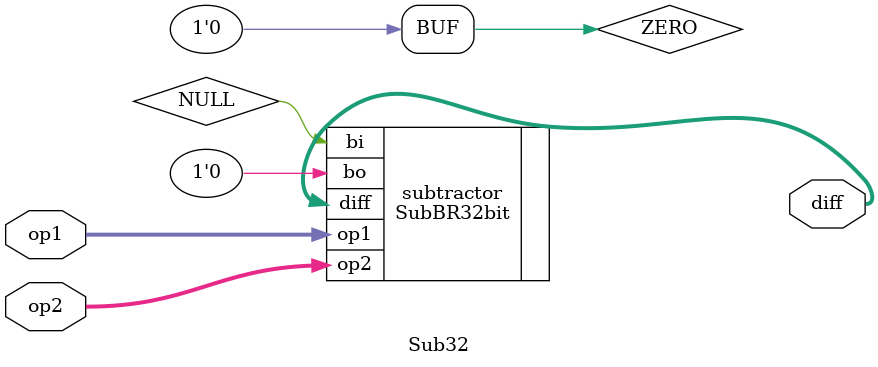
<source format=v>
`include "SubBR32bit.v"

module Sub32(
    input  wire [31:0] op1,
    input  wire [31:0] op2,
    output wire [31:0] diff
);

    reg ZERO = 1'b0;
    reg NULL;

    SubBR32bit subtractor(
        .op1(op1),
        .op2(op2),
        .bo(ZERO),
        .diff(diff),
        .bi(NULL)
    );

endmodule
</source>
